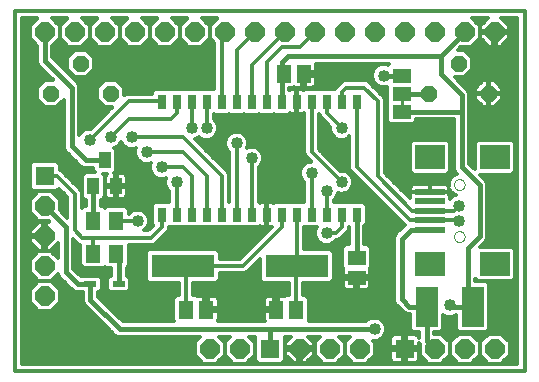
<source format=gtl>
G75*
G70*
%OFA0B0*%
%FSLAX24Y24*%
%IPPOS*%
%LPD*%
%AMOC8*
5,1,8,0,0,1.08239X$1,22.5*
%
%ADD10C,0.0120*%
%ADD11R,0.0984X0.0197*%
%ADD12R,0.0984X0.0787*%
%ADD13C,0.0000*%
%ADD14R,0.0512X0.0591*%
%ADD15R,0.2100X0.0760*%
%ADD16R,0.0591X0.0512*%
%ADD17OC8,0.0640*%
%ADD18R,0.0394X0.0551*%
%ADD19R,0.0512X0.0630*%
%ADD20OC8,0.0560*%
%ADD21R,0.0640X0.0640*%
%ADD22R,0.0300X0.0500*%
%ADD23R,0.0413X0.0197*%
%ADD24R,0.0748X0.1339*%
%ADD25R,0.0630X0.0460*%
%ADD26C,0.0400*%
%ADD27C,0.0160*%
%ADD28C,0.0100*%
D10*
X000161Y000161D02*
X017161Y000161D01*
X017161Y012161D01*
X000161Y012161D01*
X000161Y000161D01*
X000401Y000401D02*
X000401Y011921D01*
X000914Y011921D01*
X000661Y011668D01*
X000661Y011254D01*
X000901Y011014D01*
X000901Y010563D01*
X000901Y010460D01*
X000941Y010364D01*
X001434Y009871D01*
X001171Y009871D01*
X000901Y009602D01*
X000901Y009221D01*
X001171Y008951D01*
X001552Y008951D01*
X001801Y009201D01*
X001801Y007610D01*
X001841Y007514D01*
X001914Y007441D01*
X002381Y006974D01*
X002476Y006934D01*
X002580Y006934D01*
X002784Y006934D01*
X002784Y006844D01*
X002845Y006784D01*
X002516Y006784D01*
X002410Y006678D01*
X002410Y005978D01*
X002516Y005873D01*
X002527Y005873D01*
X002527Y005656D01*
X002457Y005656D01*
X002401Y005601D01*
X002401Y006109D01*
X002365Y006197D01*
X002297Y006265D01*
X001697Y006865D01*
X001661Y006880D01*
X001661Y007056D01*
X001556Y007161D01*
X000767Y007161D01*
X000661Y007056D01*
X000661Y006267D01*
X000767Y006161D01*
X001556Y006161D01*
X001639Y006244D01*
X001921Y005962D01*
X001921Y005269D01*
X001661Y005529D01*
X001661Y005868D01*
X001368Y006161D01*
X000954Y006161D01*
X000661Y005868D01*
X000661Y005454D01*
X000954Y005161D01*
X001294Y005161D01*
X001314Y005141D01*
X001201Y005141D01*
X001201Y004701D01*
X001121Y004701D01*
X001121Y004621D01*
X001201Y004621D01*
X001201Y004181D01*
X001360Y004181D01*
X001601Y004423D01*
X001601Y003928D01*
X001368Y004161D01*
X000954Y004161D01*
X000661Y003868D01*
X000661Y003454D01*
X000954Y003161D01*
X000661Y002868D01*
X000661Y002454D01*
X000954Y002161D01*
X001368Y002161D01*
X001661Y002454D01*
X001661Y002868D01*
X001368Y003161D01*
X000954Y003161D01*
X001368Y003161D01*
X001606Y003399D01*
X001641Y003314D01*
X002041Y002914D01*
X002114Y002841D01*
X002210Y002801D01*
X002389Y002801D01*
X002408Y002783D01*
X002429Y002783D01*
X002429Y002585D01*
X002429Y002482D01*
X002468Y002386D01*
X003514Y001341D01*
X003610Y001301D01*
X003713Y001301D01*
X006344Y001301D01*
X006161Y001118D01*
X006161Y000704D01*
X006454Y000411D01*
X006868Y000411D01*
X007161Y000704D01*
X007161Y001118D01*
X006978Y001301D01*
X007344Y001301D01*
X007161Y001118D01*
X007161Y000704D01*
X007454Y000411D01*
X007868Y000411D01*
X008161Y000704D01*
X008161Y001118D01*
X007978Y001301D01*
X008161Y001301D01*
X008161Y000517D01*
X007974Y000517D01*
X008093Y000635D02*
X008161Y000635D01*
X008161Y000517D02*
X008267Y000411D01*
X009056Y000411D01*
X009161Y000517D01*
X009377Y000517D01*
X009462Y000431D02*
X009181Y000712D01*
X009181Y000871D01*
X009621Y000871D01*
X009701Y000871D01*
X009701Y000431D01*
X009860Y000431D01*
X010141Y000712D01*
X010141Y000871D01*
X009701Y000871D01*
X009701Y000951D01*
X010141Y000951D01*
X010141Y001110D01*
X009950Y001301D01*
X010344Y001301D01*
X010161Y001118D01*
X010161Y000704D01*
X010454Y000411D01*
X010868Y000411D01*
X011161Y000704D01*
X011161Y001118D01*
X010978Y001301D01*
X011344Y001301D01*
X011161Y001118D01*
X011161Y000704D01*
X011454Y000411D01*
X011868Y000411D01*
X012161Y000704D01*
X012161Y001118D01*
X012098Y001181D01*
X012237Y001181D01*
X012376Y001239D01*
X012483Y001346D01*
X012541Y001486D01*
X012541Y001637D01*
X012483Y001776D01*
X012376Y001883D01*
X012237Y001941D01*
X012086Y001941D01*
X011946Y001883D01*
X011884Y001821D01*
X009962Y001821D01*
X009982Y001841D01*
X009982Y002581D01*
X009876Y002686D01*
X009786Y002686D01*
X009786Y003101D01*
X010686Y003101D01*
X010791Y003207D01*
X010791Y004116D01*
X010686Y004221D01*
X009801Y004221D01*
X009801Y004965D01*
X009811Y004975D01*
X009837Y004949D01*
X010228Y004949D01*
X010181Y004837D01*
X010181Y004686D01*
X010239Y004546D01*
X010346Y004439D01*
X010486Y004381D01*
X010637Y004381D01*
X010776Y004439D01*
X010859Y004521D01*
X010909Y004521D01*
X010997Y004558D01*
X011065Y004625D01*
X011265Y004825D01*
X011301Y004914D01*
X011301Y004965D01*
X011301Y004382D01*
X011191Y004382D01*
X011086Y004276D01*
X011086Y003615D01*
X011115Y003587D01*
X011106Y003554D01*
X011106Y003336D01*
X011501Y003336D01*
X011501Y003217D01*
X011106Y003217D01*
X011106Y003000D01*
X011117Y002959D01*
X011138Y002922D01*
X011168Y002893D01*
X011204Y002872D01*
X011245Y002861D01*
X011501Y002861D01*
X011501Y003216D01*
X011621Y003216D01*
X011621Y002861D01*
X011878Y002861D01*
X011918Y002872D01*
X011955Y002893D01*
X011985Y002922D01*
X012006Y002959D01*
X012016Y003000D01*
X012016Y003217D01*
X011621Y003217D01*
X011621Y003336D01*
X012016Y003336D01*
X012016Y003554D01*
X012008Y003587D01*
X012036Y003615D01*
X012036Y004276D01*
X011931Y004382D01*
X011821Y004382D01*
X011821Y004985D01*
X011891Y005055D01*
X011891Y005704D01*
X011786Y005809D01*
X011337Y005809D01*
X011311Y005784D01*
X011286Y005809D01*
X010837Y005809D01*
X010811Y005784D01*
X010801Y005794D01*
X010801Y005864D01*
X010883Y005946D01*
X010941Y006086D01*
X010941Y006100D01*
X010986Y006081D01*
X011137Y006081D01*
X011276Y006139D01*
X011383Y006246D01*
X011441Y006386D01*
X011441Y006537D01*
X011383Y006676D01*
X011276Y006783D01*
X011137Y006841D01*
X011021Y006841D01*
X010301Y007561D01*
X010301Y008729D01*
X010311Y008739D01*
X010321Y008729D01*
X010321Y008714D01*
X010358Y008625D01*
X010425Y008558D01*
X010681Y008302D01*
X010681Y008186D01*
X010739Y008046D01*
X010846Y007939D01*
X010986Y007881D01*
X011137Y007881D01*
X011276Y007939D01*
X011321Y007984D01*
X011321Y006914D01*
X011358Y006825D01*
X011425Y006758D01*
X013158Y005025D01*
X012914Y004782D01*
X012841Y004709D01*
X012801Y004613D01*
X012801Y002613D01*
X012801Y002510D01*
X012841Y002414D01*
X013164Y002091D01*
X013260Y002051D01*
X013340Y002051D01*
X013340Y001567D01*
X013445Y001462D01*
X013634Y001462D01*
X013634Y001281D01*
X013630Y001293D01*
X013609Y001329D01*
X013579Y001359D01*
X013543Y001380D01*
X013502Y001391D01*
X013201Y001391D01*
X013201Y000951D01*
X013121Y000951D01*
X013121Y000871D01*
X013201Y000871D01*
X013201Y000431D01*
X013502Y000431D01*
X013543Y000442D01*
X013579Y000463D01*
X013609Y000493D01*
X013630Y000529D01*
X013641Y000570D01*
X013641Y000871D01*
X013201Y000871D01*
X013201Y000951D01*
X013641Y000951D01*
X013641Y001109D01*
X013661Y001060D01*
X013661Y000704D01*
X013954Y000411D01*
X014368Y000411D01*
X014661Y000704D01*
X014661Y001118D01*
X014368Y001411D01*
X014154Y001411D01*
X014154Y001462D01*
X014342Y001462D01*
X014448Y001567D01*
X014448Y002039D01*
X014586Y001981D01*
X014737Y001981D01*
X014875Y002039D01*
X014875Y001567D01*
X014980Y001462D01*
X015878Y001462D01*
X015983Y001567D01*
X015983Y003055D01*
X015878Y003161D01*
X015521Y003161D01*
X015521Y003245D01*
X015601Y003166D01*
X016734Y003166D01*
X016839Y003271D01*
X016839Y004208D01*
X016734Y004313D01*
X015681Y004313D01*
X015882Y004514D01*
X015921Y004610D01*
X015921Y004713D01*
X015921Y006310D01*
X015921Y006413D01*
X015882Y006509D01*
X015681Y006709D01*
X016734Y006709D01*
X016839Y006815D01*
X016839Y007751D01*
X016734Y007857D01*
X015601Y007857D01*
X015495Y007751D01*
X015495Y006895D01*
X015321Y007069D01*
X015321Y008810D01*
X015321Y008913D01*
X015321Y009310D01*
X015321Y009413D01*
X015282Y009509D01*
X014839Y009951D01*
X015152Y009951D01*
X015421Y010221D01*
X015421Y010602D01*
X015152Y010871D01*
X014939Y010871D01*
X015029Y010961D01*
X015368Y010961D01*
X015661Y011254D01*
X015661Y011668D01*
X015408Y011921D01*
X015943Y011921D01*
X015681Y011660D01*
X015661Y011660D01*
X015681Y011660D02*
X015681Y011501D01*
X016121Y011501D01*
X016121Y011421D01*
X016201Y011421D01*
X016201Y010981D01*
X016360Y010981D01*
X016641Y011262D01*
X016641Y011421D01*
X016201Y011421D01*
X016201Y011501D01*
X016641Y011501D01*
X016641Y011660D01*
X016921Y011660D01*
X016921Y011779D02*
X016523Y011779D01*
X016404Y011897D02*
X016921Y011897D01*
X016921Y011921D02*
X016921Y000401D01*
X000401Y000401D01*
X000401Y000517D02*
X006349Y000517D01*
X006230Y000635D02*
X000401Y000635D01*
X000401Y000754D02*
X006161Y000754D01*
X006161Y000873D02*
X000401Y000873D01*
X000401Y000991D02*
X006161Y000991D01*
X006161Y001110D02*
X000401Y001110D01*
X000401Y001228D02*
X006271Y001228D01*
X006932Y001821D02*
X006951Y001854D01*
X006962Y001895D01*
X006962Y002151D01*
X006606Y002151D01*
X006606Y002271D01*
X006962Y002271D01*
X006962Y002528D01*
X006951Y002568D01*
X006930Y002605D01*
X006900Y002635D01*
X006864Y002656D01*
X006823Y002666D01*
X006606Y002666D01*
X006606Y002271D01*
X006486Y002271D01*
X006486Y002666D01*
X006269Y002666D01*
X006236Y002658D01*
X006207Y002686D01*
X006117Y002686D01*
X006117Y003101D01*
X006886Y003101D01*
X006991Y003207D01*
X006991Y003421D01*
X007714Y003421D01*
X007809Y003421D01*
X007897Y003458D01*
X008331Y003892D01*
X008331Y003207D01*
X008437Y003101D01*
X009306Y003101D01*
X009306Y002686D01*
X009215Y002686D01*
X009187Y002658D01*
X009154Y002666D01*
X008936Y002666D01*
X008936Y002271D01*
X008817Y002271D01*
X008817Y002666D01*
X008600Y002666D01*
X008559Y002656D01*
X008522Y002635D01*
X008493Y002605D01*
X008472Y002568D01*
X008461Y002528D01*
X008461Y002271D01*
X008816Y002271D01*
X008816Y002151D01*
X008461Y002151D01*
X008461Y001895D01*
X008472Y001854D01*
X008491Y001821D01*
X006932Y001821D01*
X006962Y001939D02*
X008461Y001939D01*
X008461Y002058D02*
X006962Y002058D01*
X006962Y002295D02*
X008461Y002295D01*
X008461Y002414D02*
X006962Y002414D01*
X006961Y002532D02*
X008462Y002532D01*
X008550Y002651D02*
X006872Y002651D01*
X006606Y002651D02*
X006486Y002651D01*
X006486Y002532D02*
X006606Y002532D01*
X006606Y002414D02*
X006486Y002414D01*
X006486Y002295D02*
X006606Y002295D01*
X006606Y002176D02*
X008816Y002176D01*
X008817Y002295D02*
X008936Y002295D01*
X008936Y002414D02*
X008817Y002414D01*
X008817Y002532D02*
X008936Y002532D01*
X008936Y002651D02*
X008817Y002651D01*
X009306Y002769D02*
X006117Y002769D01*
X006117Y002888D02*
X009306Y002888D01*
X009306Y003006D02*
X006117Y003006D01*
X005637Y003006D02*
X004020Y003006D01*
X004020Y002888D02*
X004020Y003234D01*
X003915Y003340D01*
X003894Y003340D01*
X003894Y003614D01*
X003971Y003691D01*
X003971Y004371D01*
X004759Y004371D01*
X004847Y004408D01*
X004915Y004475D01*
X005265Y004825D01*
X005301Y004914D01*
X005301Y004965D01*
X005311Y004975D01*
X005337Y004949D01*
X005786Y004949D01*
X005811Y004975D01*
X005837Y004949D01*
X006286Y004949D01*
X006311Y004975D01*
X006337Y004949D01*
X006786Y004949D01*
X006811Y004975D01*
X006837Y004949D01*
X007286Y004949D01*
X007311Y004975D01*
X007337Y004949D01*
X007786Y004949D01*
X007811Y004975D01*
X007837Y004949D01*
X008286Y004949D01*
X008329Y004992D01*
X008349Y004980D01*
X008390Y004969D01*
X008546Y004969D01*
X008546Y005364D01*
X008576Y005364D01*
X008576Y004969D01*
X008730Y004969D01*
X007662Y003901D01*
X006991Y003901D01*
X006991Y004116D01*
X006886Y004221D01*
X004637Y004221D01*
X004531Y004116D01*
X004531Y003207D01*
X004637Y003101D01*
X005637Y003101D01*
X005637Y002686D01*
X005546Y002686D01*
X005441Y002581D01*
X005441Y001841D01*
X005461Y001821D01*
X003769Y001821D01*
X002949Y002641D01*
X002949Y002783D01*
X002970Y002783D01*
X003075Y002888D01*
X003248Y002888D01*
X003247Y002888D02*
X003352Y002783D01*
X003915Y002783D01*
X004020Y002888D01*
X005637Y002888D01*
X005637Y002769D02*
X002949Y002769D01*
X002949Y002651D02*
X005510Y002651D01*
X005441Y002532D02*
X003058Y002532D01*
X003177Y002414D02*
X005441Y002414D01*
X005441Y002295D02*
X003295Y002295D01*
X003414Y002176D02*
X005441Y002176D01*
X005441Y002058D02*
X003532Y002058D01*
X003651Y001939D02*
X005441Y001939D01*
X005877Y002211D02*
X005877Y003546D01*
X005761Y003661D01*
X007761Y003661D01*
X009061Y004961D01*
X009061Y005379D01*
X008794Y005766D02*
X008773Y005778D01*
X008732Y005789D01*
X008576Y005789D01*
X008576Y005395D01*
X008546Y005395D01*
X008546Y005789D01*
X008390Y005789D01*
X008349Y005778D01*
X008329Y005766D01*
X008301Y005794D01*
X008301Y006964D01*
X008383Y007046D01*
X008441Y007186D01*
X008441Y007337D01*
X008383Y007476D01*
X008276Y007583D01*
X008137Y007641D01*
X007986Y007641D01*
X007910Y007610D01*
X007941Y007686D01*
X007941Y007837D01*
X007883Y007976D01*
X007776Y008083D01*
X007637Y008141D01*
X007486Y008141D01*
X007346Y008083D01*
X007239Y007976D01*
X007181Y007837D01*
X007181Y007686D01*
X007239Y007546D01*
X007321Y007464D01*
X007321Y005794D01*
X007311Y005784D01*
X007301Y005794D01*
X007301Y006709D01*
X007265Y006797D01*
X007197Y006865D01*
X006168Y007894D01*
X006276Y007939D01*
X006311Y007974D01*
X006346Y007939D01*
X006486Y007881D01*
X006637Y007881D01*
X006776Y007939D01*
X006883Y008046D01*
X006941Y008186D01*
X006941Y008337D01*
X006883Y008476D01*
X006801Y008559D01*
X006801Y008729D01*
X006811Y008739D01*
X006837Y008713D01*
X007286Y008713D01*
X007311Y008739D01*
X007337Y008713D01*
X007786Y008713D01*
X007811Y008739D01*
X007837Y008713D01*
X008286Y008713D01*
X008311Y008739D01*
X008337Y008713D01*
X008786Y008713D01*
X008811Y008739D01*
X008837Y008713D01*
X009286Y008713D01*
X009329Y008756D01*
X009349Y008744D01*
X009390Y008733D01*
X009546Y008733D01*
X009546Y009128D01*
X009576Y009128D01*
X009576Y008733D01*
X009732Y008733D01*
X009773Y008744D01*
X009794Y008756D01*
X009821Y008729D01*
X009821Y007414D01*
X009858Y007325D01*
X009925Y007258D01*
X010042Y007141D01*
X009986Y007141D01*
X009846Y007083D01*
X009739Y006976D01*
X009681Y006837D01*
X009681Y006686D01*
X009739Y006546D01*
X009821Y006464D01*
X009821Y005794D01*
X009811Y005784D01*
X009786Y005809D01*
X009337Y005809D01*
X009311Y005784D01*
X009286Y005809D01*
X008837Y005809D01*
X008794Y005766D01*
X008576Y005733D02*
X008546Y005733D01*
X008546Y005614D02*
X008576Y005614D01*
X008576Y005496D02*
X008546Y005496D01*
X008546Y005259D02*
X008576Y005259D01*
X008576Y005140D02*
X008546Y005140D01*
X008546Y005022D02*
X008576Y005022D01*
X008664Y004903D02*
X005297Y004903D01*
X005224Y004784D02*
X008545Y004784D01*
X008427Y004666D02*
X005105Y004666D01*
X004987Y004547D02*
X008308Y004547D01*
X008189Y004429D02*
X004868Y004429D01*
X004607Y004192D02*
X003971Y004192D01*
X003971Y004310D02*
X008071Y004310D01*
X007952Y004192D02*
X006915Y004192D01*
X006991Y004073D02*
X007834Y004073D01*
X007715Y003955D02*
X006991Y003955D01*
X006991Y003362D02*
X008331Y003362D01*
X008331Y003480D02*
X007920Y003480D01*
X008038Y003599D02*
X008331Y003599D01*
X008331Y003718D02*
X008157Y003718D01*
X008275Y003836D02*
X008331Y003836D01*
X008331Y003243D02*
X006991Y003243D01*
X006909Y003125D02*
X008413Y003125D01*
X009546Y003646D02*
X009561Y003661D01*
X009561Y005379D01*
X010061Y005379D02*
X010061Y006761D01*
X009715Y006918D02*
X008301Y006918D01*
X008301Y006800D02*
X009681Y006800D01*
X009683Y006681D02*
X008301Y006681D01*
X008301Y006563D02*
X009732Y006563D01*
X009821Y006444D02*
X008301Y006444D01*
X008301Y006326D02*
X009821Y006326D01*
X009821Y006207D02*
X008301Y006207D01*
X008301Y006088D02*
X009821Y006088D01*
X009821Y005970D02*
X008301Y005970D01*
X008301Y005851D02*
X009821Y005851D01*
X010561Y006161D02*
X010561Y005379D01*
X011061Y005379D02*
X011061Y004961D01*
X010861Y004761D01*
X010561Y004761D01*
X010209Y004903D02*
X009801Y004903D01*
X009801Y004784D02*
X010181Y004784D01*
X010189Y004666D02*
X009801Y004666D01*
X009801Y004547D02*
X010239Y004547D01*
X010371Y004429D02*
X009801Y004429D01*
X009801Y004310D02*
X011120Y004310D01*
X011086Y004192D02*
X010715Y004192D01*
X010791Y004073D02*
X011086Y004073D01*
X011086Y003955D02*
X010791Y003955D01*
X010791Y003836D02*
X011086Y003836D01*
X011086Y003718D02*
X010791Y003718D01*
X010791Y003599D02*
X011102Y003599D01*
X011106Y003480D02*
X010791Y003480D01*
X010791Y003362D02*
X011106Y003362D01*
X011106Y003125D02*
X010709Y003125D01*
X010791Y003243D02*
X011501Y003243D01*
X011501Y003125D02*
X011621Y003125D01*
X011621Y003243D02*
X012801Y003243D01*
X012801Y003125D02*
X012016Y003125D01*
X012016Y003006D02*
X012801Y003006D01*
X012801Y002888D02*
X011946Y002888D01*
X011621Y002888D02*
X011501Y002888D01*
X011501Y003006D02*
X011621Y003006D01*
X011176Y002888D02*
X009786Y002888D01*
X009786Y003006D02*
X011106Y003006D01*
X012016Y003362D02*
X012801Y003362D01*
X012801Y003480D02*
X012016Y003480D01*
X012020Y003599D02*
X012801Y003599D01*
X012801Y003718D02*
X012036Y003718D01*
X012036Y003836D02*
X012801Y003836D01*
X012801Y003955D02*
X012036Y003955D01*
X012036Y004073D02*
X012801Y004073D01*
X012801Y004192D02*
X012036Y004192D01*
X012003Y004310D02*
X012801Y004310D01*
X012801Y004429D02*
X011821Y004429D01*
X011821Y004547D02*
X012801Y004547D01*
X012823Y004666D02*
X011821Y004666D01*
X011821Y004784D02*
X012917Y004784D01*
X012914Y004782D02*
X012914Y004782D01*
X013035Y004903D02*
X011821Y004903D01*
X011858Y005022D02*
X013154Y005022D01*
X013043Y005140D02*
X011891Y005140D01*
X011891Y005259D02*
X012924Y005259D01*
X012806Y005377D02*
X011891Y005377D01*
X011891Y005496D02*
X012687Y005496D01*
X012569Y005614D02*
X011891Y005614D01*
X011862Y005733D02*
X012450Y005733D01*
X012332Y005851D02*
X010801Y005851D01*
X010893Y005970D02*
X012213Y005970D01*
X012095Y006088D02*
X011154Y006088D01*
X010968Y006088D02*
X010941Y006088D01*
X011061Y006461D02*
X010061Y007461D01*
X010061Y009143D01*
X010073Y009606D02*
X009856Y009606D01*
X009856Y010001D01*
X009736Y010001D01*
X009736Y009606D01*
X009519Y009606D01*
X009486Y009615D01*
X009457Y009586D01*
X009321Y009586D01*
X009321Y009538D01*
X009329Y009530D01*
X009349Y009542D01*
X009390Y009553D01*
X009546Y009553D01*
X009546Y009158D01*
X009576Y009158D01*
X009576Y009553D01*
X009732Y009553D01*
X009773Y009542D01*
X009794Y009530D01*
X009837Y009573D01*
X010286Y009573D01*
X010311Y009548D01*
X010337Y009573D01*
X010786Y009573D01*
X010811Y009548D01*
X010837Y009573D01*
X010848Y009573D01*
X010858Y009597D01*
X010925Y009665D01*
X010925Y009665D01*
X011075Y009815D01*
X011164Y009851D01*
X011259Y009851D01*
X011764Y009851D01*
X011859Y009851D01*
X011947Y009815D01*
X012465Y009297D01*
X012501Y009209D01*
X012501Y009114D01*
X012501Y006761D01*
X013330Y005932D01*
X013330Y005999D01*
X013350Y006020D01*
X013350Y006022D01*
X013350Y006141D01*
X014002Y006141D01*
X014002Y006141D01*
X014654Y006141D01*
X014654Y006022D01*
X014654Y006020D01*
X014674Y005999D01*
X014674Y005911D01*
X014746Y005983D01*
X014875Y006037D01*
X014784Y006075D01*
X014683Y006175D01*
X014654Y006246D01*
X014654Y006141D01*
X014002Y006141D01*
X014002Y006141D01*
X013350Y006141D01*
X013350Y006261D01*
X013361Y006301D01*
X013382Y006338D01*
X013412Y006368D01*
X013448Y006389D01*
X013489Y006400D01*
X014002Y006400D01*
X014002Y006142D01*
X014002Y006142D01*
X014002Y006400D01*
X014515Y006400D01*
X014556Y006389D01*
X014592Y006368D01*
X014622Y006338D01*
X014629Y006326D01*
X014629Y006448D01*
X014683Y006580D01*
X014784Y006680D01*
X014915Y006735D01*
X014920Y006735D01*
X014841Y006814D01*
X014801Y006910D01*
X014801Y007013D01*
X014801Y008551D01*
X013556Y008551D01*
X013556Y008507D01*
X013451Y008401D01*
X012672Y008401D01*
X012566Y008507D01*
X012566Y009116D01*
X012566Y009643D01*
X012537Y009631D01*
X012386Y009631D01*
X012246Y009689D01*
X012139Y009796D01*
X012081Y009936D01*
X012081Y010087D01*
X012139Y010226D01*
X012246Y010333D01*
X012386Y010391D01*
X012537Y010391D01*
X012611Y010361D01*
X012652Y010401D01*
X010205Y010401D01*
X010212Y010378D01*
X010212Y010121D01*
X009856Y010121D01*
X009856Y010001D01*
X010212Y010001D01*
X010212Y009745D01*
X010201Y009704D01*
X010180Y009668D01*
X010150Y009638D01*
X010114Y009617D01*
X010073Y009606D01*
X010157Y009645D02*
X010905Y009645D01*
X011024Y009763D02*
X010212Y009763D01*
X010212Y009882D02*
X012104Y009882D01*
X012081Y010000D02*
X010212Y010000D01*
X010212Y010237D02*
X012150Y010237D01*
X012095Y010119D02*
X009856Y010119D01*
X009856Y010000D02*
X009736Y010000D01*
X009736Y009882D02*
X009856Y009882D01*
X009856Y009763D02*
X009736Y009763D01*
X009736Y009645D02*
X009856Y009645D01*
X009576Y009526D02*
X009546Y009526D01*
X009546Y009408D02*
X009576Y009408D01*
X009576Y009289D02*
X009546Y009289D01*
X009546Y009171D02*
X009576Y009171D01*
X009576Y009052D02*
X009546Y009052D01*
X009546Y008933D02*
X009576Y008933D01*
X009576Y008815D02*
X009546Y008815D01*
X009821Y008696D02*
X006801Y008696D01*
X006801Y008578D02*
X009821Y008578D01*
X009821Y008459D02*
X006891Y008459D01*
X006940Y008341D02*
X009821Y008341D01*
X009821Y008222D02*
X006941Y008222D01*
X006907Y008104D02*
X007395Y008104D01*
X007248Y007985D02*
X006823Y007985D01*
X006561Y008261D02*
X006561Y009143D01*
X006311Y009548D02*
X006286Y009573D01*
X005837Y009573D01*
X005811Y009548D01*
X005786Y009573D01*
X005337Y009573D01*
X005311Y009548D01*
X005286Y009573D01*
X004837Y009573D01*
X004731Y009468D01*
X004731Y009401D01*
X004009Y009401D01*
X003914Y009401D01*
X003825Y009365D01*
X003821Y009361D01*
X003821Y009602D01*
X003552Y009871D01*
X003171Y009871D01*
X002901Y009602D01*
X002901Y009221D01*
X003171Y008951D01*
X003412Y008951D01*
X002702Y008241D01*
X002586Y008241D01*
X002446Y008183D01*
X002339Y008076D01*
X002321Y008033D01*
X002321Y009663D01*
X002282Y009759D01*
X002209Y009832D01*
X001421Y010619D01*
X001421Y011014D01*
X001661Y011254D01*
X001661Y011668D01*
X001408Y011921D01*
X001914Y011921D01*
X001661Y011668D01*
X001661Y011254D01*
X001954Y010961D01*
X002368Y010961D01*
X002661Y011254D01*
X002661Y011668D01*
X002408Y011921D01*
X002914Y011921D01*
X002661Y011668D01*
X002661Y011254D01*
X002954Y010961D01*
X003368Y010961D01*
X003661Y011254D01*
X003661Y011668D01*
X003408Y011921D01*
X003914Y011921D01*
X003661Y011668D01*
X003661Y011254D01*
X003954Y010961D01*
X004368Y010961D01*
X004661Y011254D01*
X004661Y011668D01*
X004408Y011921D01*
X004914Y011921D01*
X004661Y011668D01*
X004661Y011254D01*
X004954Y010961D01*
X005368Y010961D01*
X005661Y011254D01*
X005661Y011668D01*
X005408Y011921D01*
X005914Y011921D01*
X005661Y011668D01*
X005661Y011254D01*
X005954Y010961D01*
X006368Y010961D01*
X006661Y011254D01*
X006661Y011668D01*
X006408Y011921D01*
X006914Y011921D01*
X006661Y011668D01*
X006661Y011254D01*
X006821Y011094D01*
X006821Y009558D01*
X006811Y009548D01*
X006786Y009573D01*
X006337Y009573D01*
X006311Y009548D01*
X006061Y009143D02*
X006061Y008261D01*
X006195Y007867D02*
X007194Y007867D01*
X007181Y007748D02*
X006314Y007748D01*
X006432Y007629D02*
X007204Y007629D01*
X007274Y007511D02*
X006551Y007511D01*
X006669Y007392D02*
X007321Y007392D01*
X007321Y007274D02*
X006788Y007274D01*
X006907Y007155D02*
X007321Y007155D01*
X007321Y007037D02*
X007025Y007037D01*
X007144Y006918D02*
X007321Y006918D01*
X007321Y006800D02*
X007262Y006800D01*
X007301Y006681D02*
X007321Y006681D01*
X007321Y006563D02*
X007301Y006563D01*
X007301Y006444D02*
X007321Y006444D01*
X007321Y006326D02*
X007301Y006326D01*
X007301Y006207D02*
X007321Y006207D01*
X007321Y006088D02*
X007301Y006088D01*
X007301Y005970D02*
X007321Y005970D01*
X007321Y005851D02*
X007301Y005851D01*
X007061Y005379D02*
X007061Y006661D01*
X005761Y007961D01*
X004061Y007961D01*
X003711Y007813D02*
X003739Y007746D01*
X003846Y007639D01*
X003986Y007581D01*
X004137Y007581D01*
X004213Y007613D01*
X004181Y007537D01*
X004181Y007386D01*
X004239Y007246D01*
X004346Y007139D01*
X004486Y007081D01*
X004637Y007081D01*
X004713Y007113D01*
X004681Y007037D01*
X004681Y006886D01*
X004739Y006746D01*
X004846Y006639D01*
X004986Y006581D01*
X005137Y006581D01*
X005213Y006613D01*
X005181Y006537D01*
X005181Y006386D01*
X005239Y006246D01*
X005321Y006164D01*
X005321Y005794D01*
X005311Y005784D01*
X005286Y005809D01*
X004837Y005809D01*
X004731Y005704D01*
X004731Y005055D01*
X004773Y005013D01*
X004612Y004851D01*
X004489Y004851D01*
X004583Y004946D01*
X004641Y005086D01*
X004641Y005237D01*
X004583Y005376D01*
X004476Y005483D01*
X004337Y005541D01*
X004186Y005541D01*
X004046Y005483D01*
X003971Y005409D01*
X003971Y005551D01*
X003866Y005656D01*
X003205Y005656D01*
X003161Y005613D01*
X003118Y005656D01*
X003047Y005656D01*
X003047Y005873D01*
X003059Y005873D01*
X003164Y005978D01*
X003164Y006678D01*
X003104Y006739D01*
X003252Y006739D01*
X003240Y006732D01*
X003210Y006702D01*
X003189Y006666D01*
X003178Y006625D01*
X003178Y006367D01*
X003497Y006367D01*
X003497Y006764D01*
X003458Y006764D01*
X003538Y006844D01*
X003538Y007544D01*
X003482Y007600D01*
X003576Y007639D01*
X003683Y007746D01*
X003711Y007813D01*
X003684Y007748D02*
X003738Y007748D01*
X003869Y007629D02*
X003553Y007629D01*
X003538Y007511D02*
X004181Y007511D01*
X004181Y007392D02*
X003538Y007392D01*
X003538Y007274D02*
X004228Y007274D01*
X004330Y007155D02*
X003538Y007155D01*
X003538Y007037D02*
X004681Y007037D01*
X004681Y006918D02*
X003538Y006918D01*
X003494Y006800D02*
X004717Y006800D01*
X004804Y006681D02*
X003872Y006681D01*
X003881Y006666D02*
X003860Y006702D01*
X003830Y006732D01*
X003794Y006753D01*
X003753Y006764D01*
X003574Y006764D01*
X003574Y006367D01*
X003497Y006367D01*
X003497Y006290D01*
X003178Y006290D01*
X003178Y006031D01*
X003189Y005991D01*
X003210Y005954D01*
X003240Y005925D01*
X003277Y005904D01*
X003317Y005893D01*
X003497Y005893D01*
X003497Y006289D01*
X003574Y006289D01*
X003574Y005893D01*
X003753Y005893D01*
X003794Y005904D01*
X003830Y005925D01*
X003860Y005954D01*
X003881Y005991D01*
X003892Y006031D01*
X003892Y006290D01*
X003574Y006290D01*
X003574Y006367D01*
X003892Y006367D01*
X003892Y006625D01*
X003881Y006666D01*
X003892Y006563D02*
X005192Y006563D01*
X005181Y006444D02*
X003892Y006444D01*
X003892Y006207D02*
X005278Y006207D01*
X005321Y006088D02*
X003892Y006088D01*
X003869Y005970D02*
X005321Y005970D01*
X005321Y005851D02*
X003047Y005851D01*
X003047Y005733D02*
X004760Y005733D01*
X004731Y005614D02*
X003908Y005614D01*
X003971Y005496D02*
X004076Y005496D01*
X004447Y005496D02*
X004731Y005496D01*
X004731Y005377D02*
X004583Y005377D01*
X004632Y005259D02*
X004731Y005259D01*
X004731Y005140D02*
X004641Y005140D01*
X004615Y005022D02*
X004765Y005022D01*
X004664Y004903D02*
X004540Y004903D01*
X004711Y004611D02*
X002761Y004611D01*
X002787Y004585D01*
X002787Y004061D01*
X002351Y004073D02*
X002121Y004073D01*
X002121Y003955D02*
X002351Y003955D01*
X002351Y003836D02*
X002121Y003836D01*
X002121Y003718D02*
X002351Y003718D01*
X002351Y003691D02*
X002457Y003586D01*
X003118Y003586D01*
X003161Y003630D01*
X003205Y003586D01*
X003374Y003586D01*
X003374Y003340D01*
X003352Y003340D01*
X003247Y003234D01*
X003247Y002888D01*
X003247Y003006D02*
X003075Y003006D01*
X003075Y002888D02*
X003075Y003234D01*
X002970Y003340D01*
X002408Y003340D01*
X002389Y003321D01*
X002369Y003321D01*
X002121Y003569D01*
X002121Y004562D01*
X002275Y004408D01*
X002351Y004376D01*
X002351Y003691D01*
X002444Y003599D02*
X002121Y003599D01*
X002210Y003480D02*
X003374Y003480D01*
X003374Y003362D02*
X002328Y003362D01*
X001949Y003006D02*
X001523Y003006D01*
X001642Y002888D02*
X002067Y002888D01*
X001830Y003125D02*
X001405Y003125D01*
X001450Y003243D02*
X001711Y003243D01*
X001621Y003362D02*
X001569Y003362D01*
X000918Y003125D02*
X000401Y003125D01*
X000401Y003243D02*
X000872Y003243D01*
X000753Y003362D02*
X000401Y003362D01*
X000401Y003480D02*
X000661Y003480D01*
X000661Y003599D02*
X000401Y003599D01*
X000401Y003718D02*
X000661Y003718D01*
X000661Y003836D02*
X000401Y003836D01*
X000401Y003955D02*
X000748Y003955D01*
X000866Y004073D02*
X000401Y004073D01*
X000401Y004192D02*
X000952Y004192D01*
X000962Y004181D02*
X001121Y004181D01*
X001121Y004621D01*
X000681Y004621D01*
X000681Y004462D01*
X000962Y004181D01*
X001121Y004192D02*
X001201Y004192D01*
X001201Y004310D02*
X001121Y004310D01*
X001121Y004429D02*
X001201Y004429D01*
X001201Y004547D02*
X001121Y004547D01*
X001121Y004666D02*
X000401Y004666D01*
X000401Y004784D02*
X000681Y004784D01*
X000681Y004860D02*
X000681Y004701D01*
X001121Y004701D01*
X001121Y005141D01*
X000962Y005141D01*
X000681Y004860D01*
X000724Y004903D02*
X000401Y004903D01*
X000401Y005022D02*
X000843Y005022D01*
X000961Y005140D02*
X000401Y005140D01*
X000401Y005259D02*
X000857Y005259D01*
X000738Y005377D02*
X000401Y005377D01*
X000401Y005496D02*
X000661Y005496D01*
X000661Y005614D02*
X000401Y005614D01*
X000401Y005733D02*
X000661Y005733D01*
X000661Y005851D02*
X000401Y005851D01*
X000401Y005970D02*
X000763Y005970D01*
X000881Y006088D02*
X000401Y006088D01*
X000401Y006207D02*
X000721Y006207D01*
X000661Y006326D02*
X000401Y006326D01*
X000401Y006444D02*
X000661Y006444D01*
X000661Y006563D02*
X000401Y006563D01*
X000401Y006681D02*
X000661Y006681D01*
X000661Y006800D02*
X000401Y006800D01*
X000401Y006918D02*
X000661Y006918D01*
X000661Y007037D02*
X000401Y007037D01*
X000401Y007155D02*
X000761Y007155D01*
X000401Y007274D02*
X002081Y007274D01*
X001962Y007392D02*
X000401Y007392D01*
X000401Y007511D02*
X001844Y007511D01*
X001914Y007441D02*
X001914Y007441D01*
X001801Y007629D02*
X000401Y007629D01*
X000401Y007748D02*
X001801Y007748D01*
X001801Y007867D02*
X000401Y007867D01*
X000401Y007985D02*
X001801Y007985D01*
X001801Y008104D02*
X000401Y008104D01*
X000401Y008222D02*
X001801Y008222D01*
X001801Y008341D02*
X000401Y008341D01*
X000401Y008459D02*
X001801Y008459D01*
X001801Y008578D02*
X000401Y008578D01*
X000401Y008696D02*
X001801Y008696D01*
X001801Y008815D02*
X000401Y008815D01*
X000401Y008933D02*
X001801Y008933D01*
X001801Y009052D02*
X001652Y009052D01*
X001771Y009171D02*
X001801Y009171D01*
X002321Y009171D02*
X002951Y009171D01*
X002901Y009289D02*
X002321Y009289D01*
X002321Y009408D02*
X002901Y009408D01*
X002901Y009526D02*
X002321Y009526D01*
X002321Y009645D02*
X002944Y009645D01*
X003063Y009763D02*
X002277Y009763D01*
X002158Y009882D02*
X006821Y009882D01*
X006821Y010000D02*
X002601Y010000D01*
X002552Y009951D02*
X002821Y010221D01*
X002821Y010602D01*
X002552Y010871D01*
X002171Y010871D01*
X001901Y010602D01*
X001901Y010221D01*
X002171Y009951D01*
X002552Y009951D01*
X002719Y010119D02*
X006821Y010119D01*
X006821Y010237D02*
X002821Y010237D01*
X002821Y010356D02*
X006821Y010356D01*
X006821Y010475D02*
X002821Y010475D01*
X002821Y010593D02*
X006821Y010593D01*
X006821Y010712D02*
X002711Y010712D01*
X002593Y010830D02*
X006821Y010830D01*
X006821Y010949D02*
X001421Y010949D01*
X001421Y010830D02*
X002130Y010830D01*
X002011Y010712D02*
X001421Y010712D01*
X001447Y010593D02*
X001901Y010593D01*
X001901Y010475D02*
X001566Y010475D01*
X001684Y010356D02*
X001901Y010356D01*
X001901Y010237D02*
X001803Y010237D01*
X001921Y010119D02*
X002003Y010119D01*
X002040Y010000D02*
X002122Y010000D01*
X001423Y009882D02*
X000401Y009882D01*
X000401Y010000D02*
X001304Y010000D01*
X001186Y010119D02*
X000401Y010119D01*
X000401Y010237D02*
X001067Y010237D01*
X000949Y010356D02*
X000401Y010356D01*
X000401Y010475D02*
X000901Y010475D01*
X000901Y010593D02*
X000401Y010593D01*
X000401Y010712D02*
X000901Y010712D01*
X000901Y010830D02*
X000401Y010830D01*
X000401Y010949D02*
X000901Y010949D01*
X000848Y011067D02*
X000401Y011067D01*
X000401Y011186D02*
X000730Y011186D01*
X000661Y011304D02*
X000401Y011304D01*
X000401Y011423D02*
X000661Y011423D01*
X000661Y011541D02*
X000401Y011541D01*
X000401Y011660D02*
X000661Y011660D01*
X000771Y011779D02*
X000401Y011779D01*
X000401Y011897D02*
X000890Y011897D01*
X001433Y011897D02*
X001890Y011897D01*
X001771Y011779D02*
X001551Y011779D01*
X001661Y011660D02*
X001661Y011660D01*
X001661Y011541D02*
X001661Y011541D01*
X001661Y011423D02*
X001661Y011423D01*
X001661Y011304D02*
X001661Y011304D01*
X001593Y011186D02*
X001730Y011186D01*
X001848Y011067D02*
X001474Y011067D01*
X002474Y011067D02*
X002848Y011067D01*
X002730Y011186D02*
X002593Y011186D01*
X002661Y011304D02*
X002661Y011304D01*
X002661Y011423D02*
X002661Y011423D01*
X002661Y011541D02*
X002661Y011541D01*
X002661Y011660D02*
X002661Y011660D01*
X002551Y011779D02*
X002771Y011779D01*
X002890Y011897D02*
X002433Y011897D01*
X003433Y011897D02*
X003890Y011897D01*
X003771Y011779D02*
X003551Y011779D01*
X003661Y011660D02*
X003661Y011660D01*
X003661Y011541D02*
X003661Y011541D01*
X003661Y011423D02*
X003661Y011423D01*
X003661Y011304D02*
X003661Y011304D01*
X003593Y011186D02*
X003730Y011186D01*
X003848Y011067D02*
X003474Y011067D01*
X004474Y011067D02*
X004848Y011067D01*
X004730Y011186D02*
X004593Y011186D01*
X004661Y011304D02*
X004661Y011304D01*
X004661Y011423D02*
X004661Y011423D01*
X004661Y011541D02*
X004661Y011541D01*
X004661Y011660D02*
X004661Y011660D01*
X004551Y011779D02*
X004771Y011779D01*
X004890Y011897D02*
X004433Y011897D01*
X005433Y011897D02*
X005890Y011897D01*
X005771Y011779D02*
X005551Y011779D01*
X005661Y011660D02*
X005661Y011660D01*
X005661Y011541D02*
X005661Y011541D01*
X005661Y011423D02*
X005661Y011423D01*
X005661Y011304D02*
X005661Y011304D01*
X005593Y011186D02*
X005730Y011186D01*
X005848Y011067D02*
X005474Y011067D01*
X006474Y011067D02*
X006821Y011067D01*
X006730Y011186D02*
X006593Y011186D01*
X006661Y011304D02*
X006661Y011304D01*
X006661Y011423D02*
X006661Y011423D01*
X006661Y011541D02*
X006661Y011541D01*
X006661Y011660D02*
X006661Y011660D01*
X006551Y011779D02*
X006771Y011779D01*
X006890Y011897D02*
X006433Y011897D01*
X007061Y011361D02*
X007061Y009143D01*
X007561Y009143D02*
X007561Y010861D01*
X008161Y011461D01*
X007161Y011461D02*
X007061Y011361D01*
X008061Y010361D02*
X009161Y011461D01*
X009061Y010961D02*
X009661Y010961D01*
X010161Y011461D01*
X009061Y010961D02*
X008561Y010461D01*
X008561Y009143D01*
X008061Y009143D02*
X008061Y010361D01*
X009061Y009996D02*
X009127Y010061D01*
X010212Y010356D02*
X012301Y010356D01*
X012172Y009763D02*
X011999Y009763D01*
X012117Y009645D02*
X012353Y009645D01*
X012236Y009526D02*
X012566Y009526D01*
X012566Y009408D02*
X012354Y009408D01*
X012468Y009289D02*
X012566Y009289D01*
X012566Y009171D02*
X012501Y009171D01*
X012501Y009052D02*
X012566Y009052D01*
X012566Y008933D02*
X012501Y008933D01*
X012501Y008815D02*
X012566Y008815D01*
X012566Y008696D02*
X012501Y008696D01*
X012501Y008578D02*
X012566Y008578D01*
X012614Y008459D02*
X012501Y008459D01*
X012501Y008341D02*
X014801Y008341D01*
X014801Y008459D02*
X013509Y008459D01*
X013435Y007857D02*
X013330Y007751D01*
X013330Y006815D01*
X013435Y006709D01*
X014569Y006709D01*
X014674Y006815D01*
X014674Y007751D01*
X014569Y007857D01*
X013435Y007857D01*
X013330Y007748D02*
X012501Y007748D01*
X012501Y007629D02*
X013330Y007629D01*
X013330Y007511D02*
X012501Y007511D01*
X012501Y007392D02*
X013330Y007392D01*
X013330Y007274D02*
X012501Y007274D01*
X012501Y007155D02*
X013330Y007155D01*
X013330Y007037D02*
X012501Y007037D01*
X012501Y006918D02*
X013330Y006918D01*
X013345Y006800D02*
X012501Y006800D01*
X012581Y006681D02*
X014786Y006681D01*
X014855Y006800D02*
X014659Y006800D01*
X014674Y006918D02*
X014801Y006918D01*
X014801Y007037D02*
X014674Y007037D01*
X014674Y007155D02*
X014801Y007155D01*
X014801Y007274D02*
X014674Y007274D01*
X014674Y007392D02*
X014801Y007392D01*
X014801Y007511D02*
X014674Y007511D01*
X014674Y007629D02*
X014801Y007629D01*
X014801Y007748D02*
X014674Y007748D01*
X014801Y007867D02*
X012501Y007867D01*
X012501Y007985D02*
X014801Y007985D01*
X014801Y008104D02*
X012501Y008104D01*
X012501Y008222D02*
X014801Y008222D01*
X015321Y008222D02*
X016921Y008222D01*
X016921Y008104D02*
X015321Y008104D01*
X015321Y007985D02*
X016921Y007985D01*
X016921Y007867D02*
X015321Y007867D01*
X015321Y007748D02*
X015495Y007748D01*
X015495Y007629D02*
X015321Y007629D01*
X015321Y007511D02*
X015495Y007511D01*
X015495Y007392D02*
X015321Y007392D01*
X015321Y007274D02*
X015495Y007274D01*
X015495Y007155D02*
X015321Y007155D01*
X015353Y007037D02*
X015495Y007037D01*
X015495Y006918D02*
X015472Y006918D01*
X015709Y006681D02*
X016921Y006681D01*
X016921Y006563D02*
X015828Y006563D01*
X015908Y006444D02*
X016921Y006444D01*
X016921Y006326D02*
X015921Y006326D01*
X015921Y006207D02*
X016921Y006207D01*
X016921Y006088D02*
X015921Y006088D01*
X015921Y005970D02*
X016921Y005970D01*
X016921Y005851D02*
X015921Y005851D01*
X015921Y005733D02*
X016921Y005733D01*
X016921Y005614D02*
X015921Y005614D01*
X015921Y005496D02*
X016921Y005496D01*
X016921Y005377D02*
X015921Y005377D01*
X015921Y005259D02*
X016921Y005259D01*
X016921Y005140D02*
X015921Y005140D01*
X015921Y005022D02*
X016921Y005022D01*
X016921Y004903D02*
X015921Y004903D01*
X015921Y004784D02*
X016921Y004784D01*
X016921Y004666D02*
X015921Y004666D01*
X015895Y004547D02*
X016921Y004547D01*
X016921Y004429D02*
X015796Y004429D01*
X016737Y004310D02*
X016921Y004310D01*
X016921Y004192D02*
X016839Y004192D01*
X016839Y004073D02*
X016921Y004073D01*
X016921Y003955D02*
X016839Y003955D01*
X016839Y003836D02*
X016921Y003836D01*
X016921Y003718D02*
X016839Y003718D01*
X016839Y003599D02*
X016921Y003599D01*
X016921Y003480D02*
X016839Y003480D01*
X016839Y003362D02*
X016921Y003362D01*
X016921Y003243D02*
X016811Y003243D01*
X016921Y003125D02*
X015913Y003125D01*
X015983Y003006D02*
X016921Y003006D01*
X016921Y002888D02*
X015983Y002888D01*
X015983Y002769D02*
X016921Y002769D01*
X016921Y002651D02*
X015983Y002651D01*
X015983Y002532D02*
X016921Y002532D01*
X016921Y002414D02*
X015983Y002414D01*
X015983Y002295D02*
X016921Y002295D01*
X016921Y002176D02*
X015983Y002176D01*
X015983Y002058D02*
X016921Y002058D01*
X016921Y001939D02*
X015983Y001939D01*
X015983Y001821D02*
X016921Y001821D01*
X016921Y001702D02*
X015983Y001702D01*
X015983Y001584D02*
X016921Y001584D01*
X016921Y001465D02*
X015881Y001465D01*
X015954Y001411D02*
X015661Y001118D01*
X015368Y001411D01*
X014954Y001411D01*
X014661Y001118D01*
X014661Y000704D01*
X014954Y000411D01*
X015368Y000411D01*
X015661Y000704D01*
X015661Y001118D01*
X015661Y000704D01*
X015954Y000411D01*
X016368Y000411D01*
X016661Y000704D01*
X016661Y001118D01*
X016368Y001411D01*
X015954Y001411D01*
X015890Y001347D02*
X015433Y001347D01*
X015551Y001228D02*
X015771Y001228D01*
X015661Y001110D02*
X015661Y001110D01*
X015661Y000991D02*
X015661Y000991D01*
X015661Y000873D02*
X015661Y000873D01*
X015661Y000754D02*
X015661Y000754D01*
X015593Y000635D02*
X015730Y000635D01*
X015849Y000517D02*
X015474Y000517D01*
X014849Y000517D02*
X014474Y000517D01*
X014593Y000635D02*
X014730Y000635D01*
X014661Y000754D02*
X014661Y000754D01*
X014661Y000873D02*
X014661Y000873D01*
X014661Y000991D02*
X014661Y000991D01*
X014661Y001110D02*
X014661Y001110D01*
X014551Y001228D02*
X014771Y001228D01*
X014890Y001347D02*
X014433Y001347D01*
X014345Y001465D02*
X014977Y001465D01*
X014875Y001584D02*
X014448Y001584D01*
X014448Y001702D02*
X014875Y001702D01*
X014875Y001821D02*
X014448Y001821D01*
X014448Y001939D02*
X014875Y001939D01*
X013634Y001347D02*
X013592Y001347D01*
X013442Y001465D02*
X012533Y001465D01*
X012541Y001584D02*
X013340Y001584D01*
X013340Y001702D02*
X012514Y001702D01*
X012439Y001821D02*
X013340Y001821D01*
X013340Y001939D02*
X012241Y001939D01*
X012081Y001939D02*
X009982Y001939D01*
X009982Y002058D02*
X013243Y002058D01*
X013078Y002176D02*
X009982Y002176D01*
X009982Y002295D02*
X012960Y002295D01*
X012841Y002414D02*
X009982Y002414D01*
X009982Y002532D02*
X012801Y002532D01*
X012801Y002651D02*
X009912Y002651D01*
X009786Y002769D02*
X012801Y002769D01*
X012820Y001391D02*
X012779Y001380D01*
X012743Y001359D01*
X012713Y001329D01*
X012692Y001293D01*
X012681Y001252D01*
X012681Y000951D01*
X013121Y000951D01*
X013121Y001391D01*
X012820Y001391D01*
X012730Y001347D02*
X012484Y001347D01*
X012350Y001228D02*
X012681Y001228D01*
X012681Y001110D02*
X012161Y001110D01*
X012161Y000991D02*
X012681Y000991D01*
X012681Y000871D02*
X012681Y000570D01*
X012692Y000529D01*
X012713Y000493D01*
X012743Y000463D01*
X012779Y000442D01*
X012820Y000431D01*
X013121Y000431D01*
X013121Y000871D01*
X012681Y000871D01*
X012681Y000754D02*
X012161Y000754D01*
X012161Y000873D02*
X013121Y000873D01*
X013201Y000873D02*
X013661Y000873D01*
X013661Y000991D02*
X013641Y000991D01*
X013641Y000754D02*
X013661Y000754D01*
X013641Y000635D02*
X013730Y000635D01*
X013623Y000517D02*
X013849Y000517D01*
X013201Y000517D02*
X013121Y000517D01*
X013121Y000635D02*
X013201Y000635D01*
X013201Y000754D02*
X013121Y000754D01*
X013121Y000991D02*
X013201Y000991D01*
X013201Y001110D02*
X013121Y001110D01*
X013121Y001228D02*
X013201Y001228D01*
X013201Y001347D02*
X013121Y001347D01*
X012681Y000635D02*
X012093Y000635D01*
X011974Y000517D02*
X012699Y000517D01*
X011349Y000517D02*
X010974Y000517D01*
X011093Y000635D02*
X011230Y000635D01*
X011161Y000754D02*
X011161Y000754D01*
X011161Y000873D02*
X011161Y000873D01*
X011161Y000991D02*
X011161Y000991D01*
X011161Y001110D02*
X011161Y001110D01*
X011051Y001228D02*
X011271Y001228D01*
X010349Y000517D02*
X009946Y000517D01*
X010064Y000635D02*
X010230Y000635D01*
X010161Y000754D02*
X010141Y000754D01*
X010161Y000873D02*
X009701Y000873D01*
X009621Y000871D02*
X009621Y000431D01*
X009462Y000431D01*
X009621Y000517D02*
X009701Y000517D01*
X009701Y000635D02*
X009621Y000635D01*
X009621Y000754D02*
X009701Y000754D01*
X009621Y000871D02*
X009621Y000951D01*
X009181Y000951D01*
X009181Y001110D01*
X009373Y001301D01*
X009161Y001301D01*
X009161Y000517D01*
X009161Y000635D02*
X009258Y000635D01*
X009181Y000754D02*
X009161Y000754D01*
X009161Y000873D02*
X009621Y000873D01*
X009181Y000991D02*
X009161Y000991D01*
X009161Y001110D02*
X009181Y001110D01*
X009161Y001228D02*
X009299Y001228D01*
X010023Y001228D02*
X010271Y001228D01*
X010161Y001110D02*
X010141Y001110D01*
X010141Y000991D02*
X010161Y000991D01*
X009546Y002211D02*
X009546Y003646D01*
X010752Y004429D02*
X011301Y004429D01*
X011301Y004547D02*
X010972Y004547D01*
X011105Y004666D02*
X011301Y004666D01*
X011301Y004784D02*
X011224Y004784D01*
X011297Y004903D02*
X011301Y004903D01*
X011301Y004965D02*
X011301Y004965D01*
X011344Y006207D02*
X011976Y006207D01*
X011858Y006326D02*
X011416Y006326D01*
X011441Y006444D02*
X011739Y006444D01*
X011620Y006563D02*
X011431Y006563D01*
X011379Y006681D02*
X011502Y006681D01*
X011383Y006800D02*
X011237Y006800D01*
X011321Y006918D02*
X010944Y006918D01*
X010825Y007037D02*
X011321Y007037D01*
X011321Y007155D02*
X010707Y007155D01*
X010588Y007274D02*
X011321Y007274D01*
X011321Y007392D02*
X010469Y007392D01*
X010351Y007511D02*
X011321Y007511D01*
X011321Y007629D02*
X010301Y007629D01*
X010301Y007748D02*
X011321Y007748D01*
X011321Y007867D02*
X010301Y007867D01*
X010301Y007985D02*
X010800Y007985D01*
X010715Y008104D02*
X010301Y008104D01*
X010301Y008222D02*
X010681Y008222D01*
X010642Y008341D02*
X010301Y008341D01*
X010301Y008459D02*
X010524Y008459D01*
X010405Y008578D02*
X010301Y008578D01*
X010301Y008696D02*
X010328Y008696D01*
X010561Y008761D02*
X010561Y009143D01*
X010561Y008761D02*
X011061Y008261D01*
X011061Y009143D02*
X011061Y009461D01*
X011211Y009611D01*
X011811Y009611D01*
X012261Y009161D01*
X012261Y006661D01*
X013411Y005511D01*
X014002Y005511D01*
X014811Y005511D01*
X014961Y005661D01*
X014733Y005970D02*
X014674Y005970D01*
X014654Y006088D02*
X014770Y006088D01*
X014670Y006207D02*
X014654Y006207D01*
X014629Y006444D02*
X012818Y006444D01*
X012936Y006326D02*
X013375Y006326D01*
X013350Y006207D02*
X013055Y006207D01*
X013173Y006088D02*
X013350Y006088D01*
X013330Y005970D02*
X013292Y005970D01*
X014002Y006207D02*
X014002Y006207D01*
X014002Y006326D02*
X014002Y006326D01*
X014676Y006563D02*
X012699Y006563D01*
X011561Y006961D02*
X011561Y009143D01*
X009821Y008104D02*
X007728Y008104D01*
X007875Y007985D02*
X009821Y007985D01*
X009821Y007867D02*
X007929Y007867D01*
X007941Y007748D02*
X009821Y007748D01*
X009821Y007629D02*
X008165Y007629D01*
X007957Y007629D02*
X007918Y007629D01*
X007561Y007761D02*
X007561Y005379D01*
X008061Y005379D02*
X008061Y007261D01*
X008349Y007511D02*
X009821Y007511D01*
X009830Y007392D02*
X008418Y007392D01*
X008441Y007274D02*
X009909Y007274D01*
X010028Y007155D02*
X008429Y007155D01*
X008374Y007037D02*
X009799Y007037D01*
X011561Y006961D02*
X013326Y005196D01*
X014002Y005196D01*
X014926Y005196D01*
X014961Y005161D01*
X016824Y006800D02*
X016921Y006800D01*
X016921Y006918D02*
X016839Y006918D01*
X016839Y007037D02*
X016921Y007037D01*
X016921Y007155D02*
X016839Y007155D01*
X016839Y007274D02*
X016921Y007274D01*
X016921Y007392D02*
X016839Y007392D01*
X016839Y007511D02*
X016921Y007511D01*
X016921Y007629D02*
X016839Y007629D01*
X016839Y007748D02*
X016921Y007748D01*
X016921Y008341D02*
X015321Y008341D01*
X015321Y008459D02*
X016921Y008459D01*
X016921Y008578D02*
X015321Y008578D01*
X015321Y008696D02*
X016921Y008696D01*
X016921Y008815D02*
X015321Y008815D01*
X015321Y008933D02*
X016921Y008933D01*
X016921Y009052D02*
X016224Y009052D01*
X016143Y008971D02*
X015981Y008971D01*
X015981Y009391D01*
X015941Y009391D01*
X015941Y008971D01*
X015779Y008971D01*
X015521Y009229D01*
X015521Y009391D01*
X015941Y009391D01*
X015941Y009431D01*
X015521Y009431D01*
X015521Y009593D01*
X015779Y009851D01*
X015941Y009851D01*
X015941Y009431D01*
X015981Y009431D01*
X016401Y009431D01*
X016401Y009593D01*
X016143Y009851D01*
X015981Y009851D01*
X015981Y009431D01*
X015981Y009391D01*
X016401Y009391D01*
X016401Y009229D01*
X016143Y008971D01*
X015981Y009052D02*
X015941Y009052D01*
X015941Y009171D02*
X015981Y009171D01*
X015981Y009289D02*
X015941Y009289D01*
X015941Y009408D02*
X015321Y009408D01*
X015321Y009289D02*
X015521Y009289D01*
X015580Y009171D02*
X015321Y009171D01*
X015321Y009052D02*
X015698Y009052D01*
X015981Y009408D02*
X016921Y009408D01*
X016921Y009526D02*
X016401Y009526D01*
X016350Y009645D02*
X016921Y009645D01*
X016921Y009763D02*
X016231Y009763D01*
X015981Y009763D02*
X015941Y009763D01*
X015941Y009645D02*
X015981Y009645D01*
X015981Y009526D02*
X015941Y009526D01*
X015691Y009763D02*
X015027Y009763D01*
X015145Y009645D02*
X015573Y009645D01*
X015521Y009526D02*
X015264Y009526D01*
X014908Y009882D02*
X016921Y009882D01*
X016921Y010000D02*
X015201Y010000D01*
X015319Y010119D02*
X016921Y010119D01*
X016921Y010237D02*
X015421Y010237D01*
X015421Y010356D02*
X016921Y010356D01*
X016921Y010475D02*
X015421Y010475D01*
X015421Y010593D02*
X016921Y010593D01*
X016921Y010712D02*
X015311Y010712D01*
X015193Y010830D02*
X016921Y010830D01*
X016921Y010949D02*
X015016Y010949D01*
X015474Y011067D02*
X015876Y011067D01*
X015962Y010981D02*
X016121Y010981D01*
X016121Y011421D01*
X015681Y011421D01*
X015681Y011262D01*
X015962Y010981D01*
X016121Y011067D02*
X016201Y011067D01*
X016201Y011186D02*
X016121Y011186D01*
X016121Y011304D02*
X016201Y011304D01*
X016201Y011423D02*
X016921Y011423D01*
X016921Y011541D02*
X016641Y011541D01*
X016641Y011660D02*
X016380Y011921D01*
X016921Y011921D01*
X016921Y011304D02*
X016641Y011304D01*
X016565Y011186D02*
X016921Y011186D01*
X016921Y011067D02*
X016446Y011067D01*
X016121Y011423D02*
X015661Y011423D01*
X015661Y011541D02*
X015681Y011541D01*
X015661Y011304D02*
X015681Y011304D01*
X015758Y011186D02*
X015593Y011186D01*
X015551Y011779D02*
X015800Y011779D01*
X015918Y011897D02*
X015433Y011897D01*
X016401Y009289D02*
X016921Y009289D01*
X016921Y009171D02*
X016343Y009171D01*
X015521Y003243D02*
X015523Y003243D01*
X016433Y001347D02*
X016921Y001347D01*
X016921Y001228D02*
X016551Y001228D01*
X016661Y001110D02*
X016921Y001110D01*
X016921Y000991D02*
X016661Y000991D01*
X016661Y000873D02*
X016921Y000873D01*
X016921Y000754D02*
X016661Y000754D01*
X016593Y000635D02*
X016921Y000635D01*
X016921Y000517D02*
X016474Y000517D01*
X008161Y000754D02*
X008161Y000754D01*
X008161Y000873D02*
X008161Y000873D01*
X008161Y000991D02*
X008161Y000991D01*
X008161Y001110D02*
X008161Y001110D01*
X008161Y001228D02*
X008051Y001228D01*
X007271Y001228D02*
X007051Y001228D01*
X007161Y001110D02*
X007161Y001110D01*
X007161Y000991D02*
X007161Y000991D01*
X007161Y000873D02*
X007161Y000873D01*
X007161Y000754D02*
X007161Y000754D01*
X007093Y000635D02*
X007230Y000635D01*
X007349Y000517D02*
X006974Y000517D01*
X004613Y003125D02*
X004020Y003125D01*
X004011Y003243D02*
X004531Y003243D01*
X004531Y003362D02*
X003894Y003362D01*
X003894Y003480D02*
X004531Y003480D01*
X004531Y003599D02*
X003894Y003599D01*
X003971Y003718D02*
X004531Y003718D01*
X004531Y003836D02*
X003971Y003836D01*
X003971Y003955D02*
X004531Y003955D01*
X004531Y004073D02*
X003971Y004073D01*
X003192Y003599D02*
X003131Y003599D01*
X003066Y003243D02*
X003256Y003243D01*
X003247Y003125D02*
X003075Y003125D01*
X002429Y002769D02*
X001661Y002769D01*
X001661Y002651D02*
X002429Y002651D01*
X002429Y002532D02*
X001661Y002532D01*
X001621Y002414D02*
X002457Y002414D01*
X002560Y002295D02*
X001502Y002295D01*
X001384Y002176D02*
X002678Y002176D01*
X002797Y002058D02*
X000401Y002058D01*
X000401Y002176D02*
X000939Y002176D01*
X000820Y002295D02*
X000401Y002295D01*
X000401Y002414D02*
X000702Y002414D01*
X000661Y002532D02*
X000401Y002532D01*
X000401Y002651D02*
X000661Y002651D01*
X000661Y002769D02*
X000401Y002769D01*
X000401Y002888D02*
X000681Y002888D01*
X000799Y003006D02*
X000401Y003006D01*
X000401Y001939D02*
X002915Y001939D01*
X003034Y001821D02*
X000401Y001821D01*
X000401Y001702D02*
X003152Y001702D01*
X003271Y001584D02*
X000401Y001584D01*
X000401Y001465D02*
X003390Y001465D01*
X003508Y001347D02*
X000401Y001347D01*
X001575Y003955D02*
X001601Y003955D01*
X001601Y004073D02*
X001456Y004073D01*
X001370Y004192D02*
X001601Y004192D01*
X001601Y004310D02*
X001489Y004310D01*
X001201Y004784D02*
X001121Y004784D01*
X001121Y004903D02*
X001201Y004903D01*
X001201Y005022D02*
X001121Y005022D01*
X001121Y005140D02*
X001201Y005140D01*
X001694Y005496D02*
X001921Y005496D01*
X001921Y005614D02*
X001661Y005614D01*
X001661Y005733D02*
X001921Y005733D01*
X001921Y005851D02*
X001661Y005851D01*
X001560Y005970D02*
X001913Y005970D01*
X001795Y006088D02*
X001441Y006088D01*
X001601Y006207D02*
X001676Y006207D01*
X001561Y006661D02*
X001161Y006661D01*
X001561Y006661D02*
X002161Y006061D01*
X002161Y004861D01*
X002411Y004611D01*
X002761Y004611D01*
X002351Y004310D02*
X002121Y004310D01*
X002121Y004192D02*
X002351Y004192D01*
X002254Y004429D02*
X002121Y004429D01*
X002121Y004547D02*
X002136Y004547D01*
X001921Y005377D02*
X001813Y005377D01*
X002401Y005614D02*
X002415Y005614D01*
X002401Y005733D02*
X002527Y005733D01*
X002527Y005851D02*
X002401Y005851D01*
X002401Y005970D02*
X002419Y005970D01*
X002410Y006088D02*
X002401Y006088D01*
X002410Y006207D02*
X002355Y006207D01*
X002410Y006326D02*
X002236Y006326D01*
X002118Y006444D02*
X002410Y006444D01*
X002410Y006563D02*
X001999Y006563D01*
X001881Y006681D02*
X002413Y006681D01*
X002318Y007037D02*
X001661Y007037D01*
X001661Y006918D02*
X002784Y006918D01*
X002829Y006800D02*
X001762Y006800D01*
X001562Y007155D02*
X002199Y007155D01*
X002661Y007861D02*
X003961Y009161D01*
X005061Y009161D01*
X005061Y009143D01*
X004731Y009408D02*
X003821Y009408D01*
X003821Y009526D02*
X004790Y009526D01*
X005561Y009143D02*
X005561Y008761D01*
X005361Y008561D01*
X003961Y008561D01*
X003361Y007961D01*
X002801Y008341D02*
X002321Y008341D01*
X002321Y008459D02*
X002920Y008459D01*
X003038Y008578D02*
X002321Y008578D01*
X002321Y008696D02*
X003157Y008696D01*
X003276Y008815D02*
X002321Y008815D01*
X002321Y008933D02*
X003394Y008933D01*
X003070Y009052D02*
X002321Y009052D01*
X002321Y008222D02*
X002540Y008222D01*
X002366Y008104D02*
X002321Y008104D01*
X001070Y009052D02*
X000401Y009052D01*
X000401Y009171D02*
X000951Y009171D01*
X000901Y009289D02*
X000401Y009289D01*
X000401Y009408D02*
X000901Y009408D01*
X000901Y009526D02*
X000401Y009526D01*
X000401Y009645D02*
X000944Y009645D01*
X001063Y009763D02*
X000401Y009763D01*
X003660Y009763D02*
X006821Y009763D01*
X006821Y009645D02*
X003778Y009645D01*
X004561Y007461D02*
X005761Y007461D01*
X006561Y006661D01*
X006561Y005379D01*
X006061Y005379D02*
X006061Y006661D01*
X005761Y006961D01*
X005061Y006961D01*
X005561Y006461D02*
X005561Y005379D01*
X005061Y005379D02*
X005061Y004961D01*
X004711Y004611D01*
X004261Y005161D02*
X003535Y005161D01*
X003163Y005614D02*
X003160Y005614D01*
X003156Y005970D02*
X003201Y005970D01*
X003178Y006088D02*
X003164Y006088D01*
X003164Y006207D02*
X003178Y006207D01*
X003164Y006326D02*
X003497Y006326D01*
X003574Y006326D02*
X005206Y006326D01*
X003574Y006444D02*
X003497Y006444D01*
X003497Y006563D02*
X003574Y006563D01*
X003574Y006681D02*
X003497Y006681D01*
X003198Y006681D02*
X003161Y006681D01*
X003164Y006563D02*
X003178Y006563D01*
X003164Y006444D02*
X003178Y006444D01*
X003497Y006207D02*
X003574Y006207D01*
X003574Y006088D02*
X003497Y006088D01*
X003497Y005970D02*
X003574Y005970D01*
X000833Y004310D02*
X000401Y004310D01*
X000401Y004429D02*
X000715Y004429D01*
X000681Y004547D02*
X000401Y004547D01*
D11*
X014002Y004881D03*
X014002Y005196D03*
X014002Y005511D03*
X014002Y005826D03*
X014002Y006141D03*
D12*
X014002Y007283D03*
X016167Y007283D03*
X016167Y003740D03*
X014002Y003740D03*
D13*
X014809Y004645D02*
X014811Y004671D01*
X014817Y004697D01*
X014827Y004722D01*
X014840Y004745D01*
X014856Y004765D01*
X014876Y004783D01*
X014898Y004798D01*
X014921Y004810D01*
X014947Y004818D01*
X014973Y004822D01*
X014999Y004822D01*
X015025Y004818D01*
X015051Y004810D01*
X015075Y004798D01*
X015096Y004783D01*
X015116Y004765D01*
X015132Y004745D01*
X015145Y004722D01*
X015155Y004697D01*
X015161Y004671D01*
X015163Y004645D01*
X015161Y004619D01*
X015155Y004593D01*
X015145Y004568D01*
X015132Y004545D01*
X015116Y004525D01*
X015096Y004507D01*
X015074Y004492D01*
X015051Y004480D01*
X015025Y004472D01*
X014999Y004468D01*
X014973Y004468D01*
X014947Y004472D01*
X014921Y004480D01*
X014897Y004492D01*
X014876Y004507D01*
X014856Y004525D01*
X014840Y004545D01*
X014827Y004568D01*
X014817Y004593D01*
X014811Y004619D01*
X014809Y004645D01*
X014809Y006377D02*
X014811Y006403D01*
X014817Y006429D01*
X014827Y006454D01*
X014840Y006477D01*
X014856Y006497D01*
X014876Y006515D01*
X014898Y006530D01*
X014921Y006542D01*
X014947Y006550D01*
X014973Y006554D01*
X014999Y006554D01*
X015025Y006550D01*
X015051Y006542D01*
X015075Y006530D01*
X015096Y006515D01*
X015116Y006497D01*
X015132Y006477D01*
X015145Y006454D01*
X015155Y006429D01*
X015161Y006403D01*
X015163Y006377D01*
X015161Y006351D01*
X015155Y006325D01*
X015145Y006300D01*
X015132Y006277D01*
X015116Y006257D01*
X015096Y006239D01*
X015074Y006224D01*
X015051Y006212D01*
X015025Y006204D01*
X014999Y006200D01*
X014973Y006200D01*
X014947Y006204D01*
X014921Y006212D01*
X014897Y006224D01*
X014876Y006239D01*
X014856Y006257D01*
X014840Y006277D01*
X014827Y006300D01*
X014817Y006325D01*
X014811Y006351D01*
X014809Y006377D01*
D14*
X009796Y010061D03*
X009127Y010061D03*
X003535Y004061D03*
X002787Y004061D03*
X005877Y002211D03*
X006546Y002211D03*
X008877Y002211D03*
X009546Y002211D03*
D15*
X009561Y003661D03*
X005761Y003661D03*
D16*
X011561Y003946D03*
X011561Y003277D03*
D17*
X011661Y000911D03*
X010661Y000911D03*
X009661Y000911D03*
X007661Y000911D03*
X006661Y000911D03*
X001161Y002661D03*
X001161Y003661D03*
X001161Y004661D03*
X001161Y005661D03*
X001161Y011461D03*
X002161Y011461D03*
X003161Y011461D03*
X004161Y011461D03*
X005161Y011461D03*
X006161Y011461D03*
X007161Y011461D03*
X008161Y011461D03*
X009161Y011461D03*
X010161Y011461D03*
X011161Y011461D03*
X012161Y011461D03*
X013161Y011461D03*
X014161Y011461D03*
X015161Y011461D03*
X016161Y011461D03*
X016161Y000911D03*
X015161Y000911D03*
X014161Y000911D03*
D18*
X003535Y006328D03*
X002787Y006328D03*
X003161Y007194D03*
D19*
X002787Y005161D03*
X003535Y005161D03*
D20*
X003361Y009411D03*
X002361Y010411D03*
X001361Y009411D03*
X013961Y009411D03*
X014961Y010411D03*
X015961Y009411D03*
D21*
X013161Y000911D03*
X008661Y000911D03*
X001161Y006661D03*
D22*
X005061Y005379D03*
X005561Y005379D03*
X006061Y005379D03*
X006561Y005379D03*
X007061Y005379D03*
X007561Y005379D03*
X008061Y005379D03*
X008561Y005379D03*
X009061Y005379D03*
X009561Y005379D03*
X010061Y005379D03*
X010561Y005379D03*
X011061Y005379D03*
X011561Y005379D03*
X011561Y009143D03*
X011061Y009143D03*
X010561Y009143D03*
X010061Y009143D03*
X009561Y009143D03*
X009061Y009143D03*
X008561Y009143D03*
X008061Y009143D03*
X007561Y009143D03*
X007061Y009143D03*
X006561Y009143D03*
X006061Y009143D03*
X005561Y009143D03*
X005061Y009143D03*
D23*
X003634Y003061D03*
X002689Y003061D03*
D24*
X013894Y002311D03*
X015429Y002311D03*
D25*
X013061Y008811D03*
X013061Y009411D03*
X013061Y010011D03*
D26*
X012461Y010011D03*
X011061Y008261D03*
X010061Y006761D03*
X010561Y006161D03*
X011061Y006461D03*
X010561Y004761D03*
X007661Y004661D03*
X005561Y006461D03*
X005061Y006961D03*
X004561Y007461D03*
X004061Y007961D03*
X003361Y007961D03*
X002661Y007861D03*
X002561Y008761D03*
X003961Y007161D03*
X006061Y008261D03*
X006561Y008261D03*
X007561Y007761D03*
X008061Y007261D03*
X006661Y010461D03*
X004261Y005161D03*
X007661Y002161D03*
X012161Y001561D03*
X014661Y002361D03*
X014961Y005161D03*
X014961Y005661D03*
D27*
X015661Y006361D02*
X015061Y006961D01*
X015061Y008861D01*
X015011Y008811D01*
X013061Y008811D01*
X013061Y009411D02*
X013961Y009411D01*
X014361Y010061D02*
X014361Y010661D01*
X009261Y010661D01*
X009061Y010461D01*
X009061Y009996D01*
X009061Y009143D01*
X012461Y010011D02*
X013061Y010011D01*
X014361Y010061D02*
X015061Y009361D01*
X015061Y008861D01*
X014361Y010661D02*
X015161Y011461D01*
X015661Y006361D02*
X015661Y004661D01*
X015261Y004261D01*
X015261Y002579D01*
X015429Y002311D01*
X014711Y002311D01*
X014661Y002361D01*
X013894Y002311D02*
X013894Y001179D01*
X014161Y000911D01*
X013894Y002311D02*
X013311Y002311D01*
X013061Y002561D01*
X013061Y004561D01*
X013381Y004881D01*
X014002Y004881D01*
X011561Y005379D02*
X011561Y003946D01*
X012161Y001561D02*
X008661Y001561D01*
X008661Y000911D01*
X008661Y001561D02*
X003661Y001561D01*
X002689Y002534D01*
X002689Y003061D01*
X002261Y003061D01*
X001861Y003461D01*
X001861Y004961D01*
X001161Y005661D01*
X002787Y005161D02*
X002787Y006328D01*
X002528Y007194D02*
X002061Y007661D01*
X002061Y009611D01*
X001161Y010511D01*
X001161Y011461D01*
X002528Y007194D02*
X003161Y007194D01*
X003535Y004061D02*
X003634Y004063D01*
X003634Y003061D01*
D28*
X013061Y008761D02*
X013061Y009361D01*
M02*

</source>
